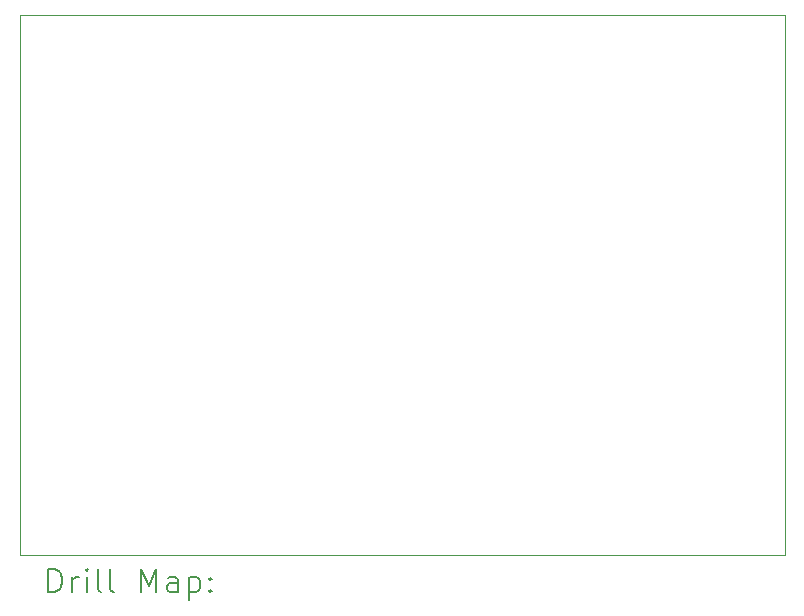
<source format=gbr>
%TF.GenerationSoftware,KiCad,Pcbnew,7.0.2*%
%TF.CreationDate,2023-06-01T11:44:26+02:00*%
%TF.ProjectId,AMS & IMD Reset,414d5320-2620-4494-9d44-205265736574,rev?*%
%TF.SameCoordinates,Original*%
%TF.FileFunction,Drillmap*%
%TF.FilePolarity,Positive*%
%FSLAX45Y45*%
G04 Gerber Fmt 4.5, Leading zero omitted, Abs format (unit mm)*
G04 Created by KiCad (PCBNEW 7.0.2) date 2023-06-01 11:44:26*
%MOMM*%
%LPD*%
G01*
G04 APERTURE LIST*
%ADD10C,0.100000*%
%ADD11C,0.200000*%
G04 APERTURE END LIST*
D10*
X11811000Y-7592000D02*
X18288000Y-7592000D01*
X18288000Y-12164000D01*
X11811000Y-12164000D01*
X11811000Y-7592000D01*
D11*
X12053619Y-12481524D02*
X12053619Y-12281524D01*
X12053619Y-12281524D02*
X12101238Y-12281524D01*
X12101238Y-12281524D02*
X12129809Y-12291048D01*
X12129809Y-12291048D02*
X12148857Y-12310095D01*
X12148857Y-12310095D02*
X12158381Y-12329143D01*
X12158381Y-12329143D02*
X12167905Y-12367238D01*
X12167905Y-12367238D02*
X12167905Y-12395809D01*
X12167905Y-12395809D02*
X12158381Y-12433905D01*
X12158381Y-12433905D02*
X12148857Y-12452952D01*
X12148857Y-12452952D02*
X12129809Y-12472000D01*
X12129809Y-12472000D02*
X12101238Y-12481524D01*
X12101238Y-12481524D02*
X12053619Y-12481524D01*
X12253619Y-12481524D02*
X12253619Y-12348190D01*
X12253619Y-12386286D02*
X12263143Y-12367238D01*
X12263143Y-12367238D02*
X12272667Y-12357714D01*
X12272667Y-12357714D02*
X12291714Y-12348190D01*
X12291714Y-12348190D02*
X12310762Y-12348190D01*
X12377428Y-12481524D02*
X12377428Y-12348190D01*
X12377428Y-12281524D02*
X12367905Y-12291048D01*
X12367905Y-12291048D02*
X12377428Y-12300571D01*
X12377428Y-12300571D02*
X12386952Y-12291048D01*
X12386952Y-12291048D02*
X12377428Y-12281524D01*
X12377428Y-12281524D02*
X12377428Y-12300571D01*
X12501238Y-12481524D02*
X12482190Y-12472000D01*
X12482190Y-12472000D02*
X12472667Y-12452952D01*
X12472667Y-12452952D02*
X12472667Y-12281524D01*
X12606000Y-12481524D02*
X12586952Y-12472000D01*
X12586952Y-12472000D02*
X12577428Y-12452952D01*
X12577428Y-12452952D02*
X12577428Y-12281524D01*
X12834571Y-12481524D02*
X12834571Y-12281524D01*
X12834571Y-12281524D02*
X12901238Y-12424381D01*
X12901238Y-12424381D02*
X12967905Y-12281524D01*
X12967905Y-12281524D02*
X12967905Y-12481524D01*
X13148857Y-12481524D02*
X13148857Y-12376762D01*
X13148857Y-12376762D02*
X13139333Y-12357714D01*
X13139333Y-12357714D02*
X13120286Y-12348190D01*
X13120286Y-12348190D02*
X13082190Y-12348190D01*
X13082190Y-12348190D02*
X13063143Y-12357714D01*
X13148857Y-12472000D02*
X13129809Y-12481524D01*
X13129809Y-12481524D02*
X13082190Y-12481524D01*
X13082190Y-12481524D02*
X13063143Y-12472000D01*
X13063143Y-12472000D02*
X13053619Y-12452952D01*
X13053619Y-12452952D02*
X13053619Y-12433905D01*
X13053619Y-12433905D02*
X13063143Y-12414857D01*
X13063143Y-12414857D02*
X13082190Y-12405333D01*
X13082190Y-12405333D02*
X13129809Y-12405333D01*
X13129809Y-12405333D02*
X13148857Y-12395809D01*
X13244095Y-12348190D02*
X13244095Y-12548190D01*
X13244095Y-12357714D02*
X13263143Y-12348190D01*
X13263143Y-12348190D02*
X13301238Y-12348190D01*
X13301238Y-12348190D02*
X13320286Y-12357714D01*
X13320286Y-12357714D02*
X13329809Y-12367238D01*
X13329809Y-12367238D02*
X13339333Y-12386286D01*
X13339333Y-12386286D02*
X13339333Y-12443428D01*
X13339333Y-12443428D02*
X13329809Y-12462476D01*
X13329809Y-12462476D02*
X13320286Y-12472000D01*
X13320286Y-12472000D02*
X13301238Y-12481524D01*
X13301238Y-12481524D02*
X13263143Y-12481524D01*
X13263143Y-12481524D02*
X13244095Y-12472000D01*
X13425048Y-12462476D02*
X13434571Y-12472000D01*
X13434571Y-12472000D02*
X13425048Y-12481524D01*
X13425048Y-12481524D02*
X13415524Y-12472000D01*
X13415524Y-12472000D02*
X13425048Y-12462476D01*
X13425048Y-12462476D02*
X13425048Y-12481524D01*
X13425048Y-12357714D02*
X13434571Y-12367238D01*
X13434571Y-12367238D02*
X13425048Y-12376762D01*
X13425048Y-12376762D02*
X13415524Y-12367238D01*
X13415524Y-12367238D02*
X13425048Y-12357714D01*
X13425048Y-12357714D02*
X13425048Y-12376762D01*
M02*

</source>
